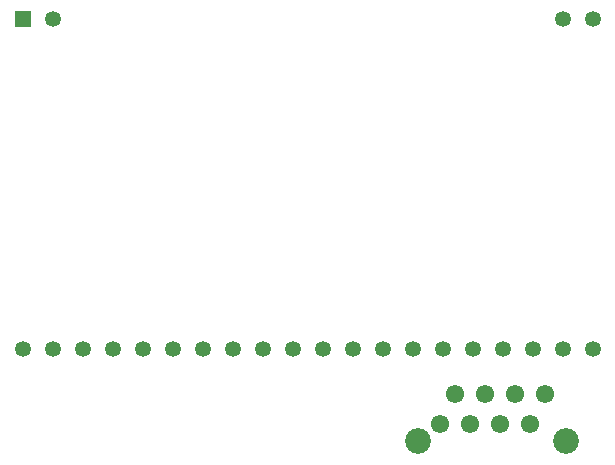
<source format=gbs>
G04 start of page 8 for group -4062 idx -4062 *
G04 Title: roomunit-display, soldermask *
G04 Creator: pcb 1.99z *
G04 CreationDate: mån  6 apr 2015 22:03:21 UTC *
G04 For: jonatan *
G04 Format: Gerber/RS-274X *
G04 PCB-Dimensions (mil): 2362.20 1653.54 *
G04 PCB-Coordinate-Origin: lower left *
%MOIN*%
%FSLAX25Y25*%
%LNBOTTOMMASK*%
%ADD38C,0.0860*%
%ADD37C,0.0611*%
%ADD36C,0.0530*%
%ADD35C,0.0001*%
G54D35*G36*
X17350Y158004D02*Y152704D01*
X22650D01*
Y158004D01*
X17350D01*
G37*
G54D36*X30000Y155354D03*
X200000D03*
X210000D03*
G54D37*X169000Y20354D03*
X159000D03*
X174000Y30354D03*
X164000D03*
X189000Y20354D03*
X179000D03*
X184000Y30354D03*
X194000D03*
G54D36*X210000Y45354D03*
X200000D03*
X190000D03*
G54D38*X201100Y14554D03*
G54D36*X180000Y45354D03*
X170000D03*
X160000D03*
G54D38*X151900Y14554D03*
G54D36*X150000Y45354D03*
X140000D03*
X130000D03*
X120000D03*
X110000D03*
X100000D03*
X90000D03*
X80000D03*
X70000D03*
X60000D03*
X50000D03*
X40000D03*
X30000D03*
X20000D03*
M02*

</source>
